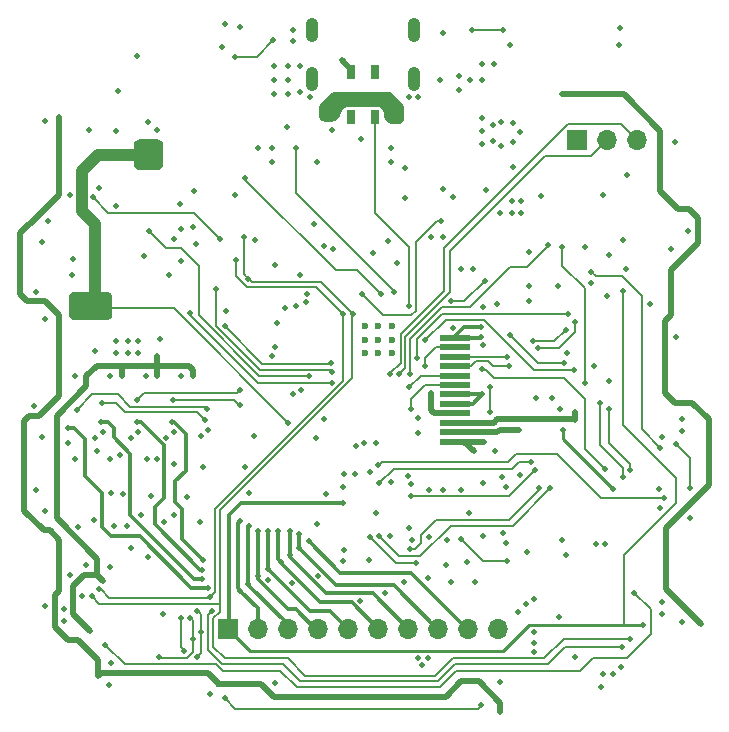
<source format=gbl>
G04 #@! TF.GenerationSoftware,KiCad,Pcbnew,8.0.6*
G04 #@! TF.CreationDate,2024-11-01T16:37:01+01:00*
G04 #@! TF.ProjectId,7-REV0,372d5245-5630-42e6-9b69-6361645f7063,rev?*
G04 #@! TF.SameCoordinates,Original*
G04 #@! TF.FileFunction,Copper,L4,Bot*
G04 #@! TF.FilePolarity,Positive*
%FSLAX46Y46*%
G04 Gerber Fmt 4.6, Leading zero omitted, Abs format (unit mm)*
G04 Created by KiCad (PCBNEW 8.0.6) date 2024-11-01 16:37:01*
%MOMM*%
%LPD*%
G01*
G04 APERTURE LIST*
G04 #@! TA.AperFunction,ComponentPad*
%ADD10R,1.700000X1.700000*%
G04 #@! TD*
G04 #@! TA.AperFunction,ComponentPad*
%ADD11O,1.700000X1.700000*%
G04 #@! TD*
G04 #@! TA.AperFunction,ComponentPad*
%ADD12O,1.050000X2.100000*%
G04 #@! TD*
G04 #@! TA.AperFunction,ComponentPad*
%ADD13C,0.600000*%
G04 #@! TD*
G04 #@! TA.AperFunction,SMDPad,CuDef*
%ADD14R,0.700000X1.250000*%
G04 #@! TD*
G04 #@! TA.AperFunction,SMDPad,CuDef*
%ADD15R,2.550000X0.600000*%
G04 #@! TD*
G04 #@! TA.AperFunction,ViaPad*
%ADD16C,0.500000*%
G04 #@! TD*
G04 #@! TA.AperFunction,ViaPad*
%ADD17C,0.600000*%
G04 #@! TD*
G04 #@! TA.AperFunction,Conductor*
%ADD18C,0.500000*%
G04 #@! TD*
G04 #@! TA.AperFunction,Conductor*
%ADD19C,0.304800*%
G04 #@! TD*
G04 #@! TA.AperFunction,Conductor*
%ADD20C,0.150000*%
G04 #@! TD*
G04 #@! TA.AperFunction,Conductor*
%ADD21C,0.250000*%
G04 #@! TD*
G04 #@! TA.AperFunction,Conductor*
%ADD22C,1.000000*%
G04 #@! TD*
G04 APERTURE END LIST*
D10*
X148010000Y-70850000D03*
D11*
X150550000Y-70850000D03*
X153090000Y-70850000D03*
D12*
X134220000Y-65680000D03*
X125580000Y-65680000D03*
X134220000Y-61500000D03*
X125580000Y-61500000D03*
D13*
X130066667Y-86616667D03*
X130066667Y-87750000D03*
X130066667Y-88883333D03*
X131200000Y-86616667D03*
X131200000Y-87750000D03*
X131200000Y-88883333D03*
X132333333Y-86616667D03*
X132333333Y-87750000D03*
X132333333Y-88883333D03*
D10*
X118470000Y-112220000D03*
D11*
X121010000Y-112220000D03*
X123550000Y-112220000D03*
X126090000Y-112220000D03*
X128630000Y-112220000D03*
X131170000Y-112220000D03*
X133710000Y-112220000D03*
X136250000Y-112220000D03*
X138790000Y-112220000D03*
X141330000Y-112220000D03*
D14*
X130900000Y-68880000D03*
X130900000Y-65120000D03*
X128900000Y-68880000D03*
X128900000Y-65120000D03*
D15*
X137725000Y-96400000D03*
X137725000Y-95600000D03*
X137725000Y-94800000D03*
X137725000Y-94000000D03*
X137725000Y-93200000D03*
X137725000Y-92400000D03*
X137725000Y-91600000D03*
X137725000Y-90800000D03*
X137725000Y-90000000D03*
X137725000Y-89200000D03*
X137725000Y-88400000D03*
X137725000Y-87600000D03*
D16*
X136400000Y-65800000D03*
X156000000Y-80100000D03*
X157400000Y-78600000D03*
X105500000Y-90850000D03*
X128300000Y-99100000D03*
X143200000Y-99200000D03*
X104600000Y-111600000D03*
X123900000Y-108400000D03*
X119900000Y-98500000D03*
X103000000Y-86000000D03*
X113900000Y-98250000D03*
X112700000Y-87700000D03*
X156900000Y-111700000D03*
X134600000Y-95700000D03*
X156300000Y-71000000D03*
X151600000Y-62800000D03*
X141100000Y-97200000D03*
X145000000Y-75600000D03*
X139250000Y-81750000D03*
X152300000Y-73800000D03*
X105515000Y-97850000D03*
X139000000Y-65800000D03*
X156400000Y-87500000D03*
X129700000Y-109900000D03*
X114500000Y-90850000D03*
X128100000Y-64100000D03*
X122500000Y-88400000D03*
X127250000Y-70000000D03*
X126600000Y-79800000D03*
X146500000Y-111200000D03*
X126100000Y-107800000D03*
X138000000Y-65400000D03*
X125750000Y-78000000D03*
X117000000Y-117800000D03*
X133400000Y-108300000D03*
X134600000Y-114700000D03*
X109000000Y-70100000D03*
X141000000Y-64400000D03*
X133800000Y-67200000D03*
X134600000Y-67200000D03*
X114400000Y-76300000D03*
X140200000Y-96400000D03*
X102250000Y-83750000D03*
X138700000Y-106600000D03*
X155200000Y-111000000D03*
X140000000Y-64400000D03*
X122500000Y-116800000D03*
X107900000Y-95550000D03*
X139300000Y-97200000D03*
X144000000Y-80300000D03*
X155100000Y-102000000D03*
X106700000Y-70000000D03*
X103250000Y-77750000D03*
X124600000Y-64600000D03*
X108500000Y-97850000D03*
X102100000Y-93400000D03*
X109200000Y-66700000D03*
X150200000Y-75500000D03*
X138000000Y-66600000D03*
X123300000Y-85100000D03*
X107250000Y-88750000D03*
X143800000Y-105700000D03*
X156900000Y-95500000D03*
X148700000Y-79900000D03*
X126000000Y-103400000D03*
X120250000Y-100750000D03*
X132300000Y-99800000D03*
X151900000Y-79300000D03*
X135500000Y-104500000D03*
X125900000Y-96100000D03*
X137400000Y-108300000D03*
X125400000Y-67200000D03*
X122250000Y-71500000D03*
X107600000Y-74900000D03*
X112500000Y-70000000D03*
X110750000Y-63750000D03*
X105400000Y-80900000D03*
X141500000Y-116750000D03*
X137000000Y-104700000D03*
X108800000Y-103500000D03*
X120700000Y-95900000D03*
X103000000Y-110300000D03*
X151750000Y-115500000D03*
X124000000Y-92400000D03*
X135400000Y-114700000D03*
X128300000Y-105600000D03*
X135700000Y-79100000D03*
X113900000Y-79200000D03*
X155000000Y-100400000D03*
X139900000Y-86700000D03*
X113899998Y-95550002D03*
X156900000Y-94500000D03*
X102750000Y-79500000D03*
X150600000Y-84100000D03*
X136700000Y-75000000D03*
X104600000Y-110600000D03*
X105100000Y-107700000D03*
X115600000Y-75200000D03*
X130000000Y-96500000D03*
X121000000Y-71500000D03*
X140300000Y-75100000D03*
X103000000Y-102250000D03*
X110900000Y-95550000D03*
X131000000Y-102400000D03*
X122500000Y-81400000D03*
X108500000Y-90850000D03*
X111500000Y-90850000D03*
X102750000Y-96000000D03*
X140000000Y-92400000D03*
X126800000Y-100800000D03*
X139900000Y-87500000D03*
X144000000Y-84500000D03*
X138200000Y-100500000D03*
X139400000Y-108300000D03*
X104900000Y-96500000D03*
X133500000Y-75750000D03*
X126000000Y-72750000D03*
X118000000Y-63000000D03*
X132200000Y-104400000D03*
X130400000Y-106400000D03*
X134900000Y-115300000D03*
X140000000Y-65800000D03*
X111600000Y-97850000D03*
X119500000Y-61250000D03*
X119100000Y-75500000D03*
X137500000Y-75700000D03*
X138900000Y-102400000D03*
X130500000Y-99000000D03*
X135500000Y-100500000D03*
X124600000Y-66800000D03*
X154250000Y-84750000D03*
X121900000Y-108100000D03*
X149500000Y-90000000D03*
X145900000Y-92700000D03*
X135400000Y-107900000D03*
X157600000Y-102900000D03*
X131000000Y-96500000D03*
X132250000Y-72750000D03*
X149200000Y-83000000D03*
X105800000Y-103600000D03*
X146800000Y-104700000D03*
X113900000Y-102600000D03*
X108400000Y-117000000D03*
X124000000Y-62500000D03*
X111700000Y-69300000D03*
X142600000Y-73100000D03*
X132250000Y-71500000D03*
X142400000Y-62800000D03*
X155200000Y-96000000D03*
X102250000Y-100500000D03*
X146600000Y-93600000D03*
X132000000Y-79400000D03*
X142600000Y-69400000D03*
X140100000Y-99900000D03*
X103000000Y-69250000D03*
X113000000Y-111000000D03*
X115800000Y-79700000D03*
X152200000Y-81800000D03*
X142600000Y-71000000D03*
X111115000Y-102600000D03*
X116800000Y-95400000D03*
X147200000Y-88900000D03*
X131800000Y-109200000D03*
X140100000Y-104400000D03*
X150750000Y-91250000D03*
X155250000Y-110000000D03*
X150100000Y-117200000D03*
X143200000Y-70200000D03*
X106500000Y-106800000D03*
X107200000Y-96050000D03*
X128200000Y-101600000D03*
X113100000Y-103200000D03*
X109000000Y-87900000D03*
X106100000Y-109500000D03*
X110900000Y-87900000D03*
X151900000Y-83600000D03*
X110000000Y-88900000D03*
X116100000Y-103200000D03*
X110000000Y-87900000D03*
X110300000Y-96050000D03*
X113200000Y-96050000D03*
X110900000Y-88900000D03*
X109000000Y-88900000D03*
X107100000Y-103000000D03*
X153600000Y-111900000D03*
X116200000Y-95950000D03*
X109900000Y-103500000D03*
X133000000Y-90700000D03*
X132200000Y-90700000D03*
X124600000Y-82300000D03*
X108600000Y-100700000D03*
X119500000Y-109000000D03*
X119500000Y-103100000D03*
X143000000Y-110800000D03*
X151100000Y-116100000D03*
X144400000Y-114200000D03*
X147100000Y-106000000D03*
X123000000Y-106600000D03*
X122750000Y-104000000D03*
X109600000Y-100800000D03*
X125200000Y-83900000D03*
X108500000Y-107000000D03*
X120200000Y-108447600D03*
X115900000Y-114600000D03*
X120250000Y-103500000D03*
X116200000Y-112500000D03*
X115900000Y-110700000D03*
X144400000Y-113400000D03*
X150250000Y-116100000D03*
X143700000Y-110100000D03*
X149600000Y-105100000D03*
X123700000Y-106000000D03*
X123700000Y-104000000D03*
X125100000Y-84600000D03*
X112000000Y-101000000D03*
X115500000Y-113125000D03*
X121000000Y-107800000D03*
X121000000Y-104000000D03*
X112600000Y-114600000D03*
X115300000Y-111300000D03*
X110250000Y-105400000D03*
X124500000Y-105400000D03*
X150400000Y-105100000D03*
X147900000Y-114600000D03*
X144400000Y-109700000D03*
X144400000Y-112500000D03*
X124500000Y-104200000D03*
X124250000Y-84950000D03*
X115000000Y-101100000D03*
X114500000Y-111300000D03*
X114800000Y-114100000D03*
X111700000Y-106200000D03*
X108600000Y-115100000D03*
X121900000Y-107200000D03*
X121900000Y-104000000D03*
X125300000Y-104800000D03*
X131400000Y-83900000D03*
X119900000Y-74075000D03*
X112500000Y-97850000D03*
X129300000Y-96800000D03*
X105100000Y-75500000D03*
X140100000Y-85000000D03*
X115500000Y-78200000D03*
X136700000Y-79100000D03*
X109000000Y-76400000D03*
X106500000Y-90850000D03*
X109300000Y-97500000D03*
X130800000Y-80400000D03*
X112500000Y-90850000D03*
X114500000Y-78400000D03*
X138250000Y-81750000D03*
X135700000Y-92300000D03*
X122250000Y-72750000D03*
X120800000Y-79300000D03*
X105300000Y-82300000D03*
X132800000Y-81300000D03*
X116400000Y-98550000D03*
X135700000Y-93000000D03*
X124700000Y-92000000D03*
X141600000Y-69300000D03*
X115500000Y-90850000D03*
X128200000Y-100200000D03*
X123500000Y-69750000D03*
X140000000Y-69000000D03*
X118300000Y-85300000D03*
X106800000Y-112400000D03*
X113500000Y-82250000D03*
X146850000Y-95400000D03*
X127400000Y-80100000D03*
X109500000Y-90850000D03*
X140900000Y-69600000D03*
X126600000Y-94500000D03*
X107900000Y-108200000D03*
X141250000Y-84750000D03*
X141600000Y-71400000D03*
X111400000Y-80700000D03*
X133500000Y-73250000D03*
X140900000Y-70900000D03*
X107400000Y-97200000D03*
X140000000Y-70100000D03*
X129750000Y-70750000D03*
X151100000Y-100400000D03*
X144600000Y-92700000D03*
X112500000Y-89100000D03*
X122625000Y-86375000D03*
X140000000Y-71200000D03*
X114500000Y-81100000D03*
X140100000Y-88200000D03*
X144000000Y-83250000D03*
X118250000Y-61000000D03*
X136700000Y-61800000D03*
X146400000Y-83200000D03*
X122400000Y-65800000D03*
X122400000Y-67000000D03*
X101250000Y-101250000D03*
X146800000Y-67000000D03*
X136900000Y-106800000D03*
X156000000Y-83400000D03*
X107500000Y-116200000D03*
X134100000Y-104700000D03*
X149300000Y-67000000D03*
X101650000Y-94250000D03*
X141500000Y-119250000D03*
X155950000Y-92750000D03*
X123600000Y-67000000D03*
X133800000Y-103700000D03*
X142000000Y-100200000D03*
D17*
X117700000Y-116900000D03*
D16*
X101500000Y-84500000D03*
X158500000Y-111800000D03*
X141800000Y-104100000D03*
X151700000Y-61400000D03*
X128250000Y-106500000D03*
X124000000Y-61500000D03*
X150700000Y-80600000D03*
X158300000Y-78800000D03*
X159200000Y-94500000D03*
X133700000Y-99300000D03*
X136700000Y-100500000D03*
X141700000Y-99400000D03*
X147900000Y-93900000D03*
X142000000Y-105000000D03*
X123600000Y-65800000D03*
X122400000Y-64600000D03*
X159200000Y-95500000D03*
X156000000Y-82500000D03*
X129250000Y-99100000D03*
X123600000Y-64600000D03*
X147900000Y-94600000D03*
X138250000Y-116700000D03*
X134000000Y-100000000D03*
X151400000Y-67000000D03*
X104200000Y-68900000D03*
X101600000Y-78000000D03*
X143250000Y-77000000D03*
X142500000Y-77000000D03*
X122200000Y-89100000D03*
X141500000Y-77000000D03*
X143250000Y-76000000D03*
X142500000Y-76000000D03*
X134600000Y-94400000D03*
X137500000Y-86750000D03*
X131200000Y-98400000D03*
X111700000Y-72100000D03*
X111700000Y-73000000D03*
X106200000Y-84900000D03*
X107200000Y-84100000D03*
X106200000Y-84100000D03*
X107200000Y-85700000D03*
X110900000Y-72100000D03*
X112600000Y-71300000D03*
X112600000Y-73000000D03*
X107200000Y-84900000D03*
X105300000Y-84900000D03*
X108100000Y-85100000D03*
X155400000Y-101200000D03*
X105300000Y-84100000D03*
X110900000Y-71300000D03*
X123600000Y-94800000D03*
X112600000Y-72100000D03*
X141500000Y-95400000D03*
X143100000Y-95400000D03*
X142250000Y-90000000D03*
X142100000Y-89250000D03*
X127300000Y-91400000D03*
X115300000Y-85500000D03*
X140250000Y-82750000D03*
X137400000Y-84500000D03*
X150700000Y-93600000D03*
X152500000Y-98800000D03*
X150000000Y-93100000D03*
X151900000Y-99400000D03*
X132500000Y-83700000D03*
X124250000Y-71500000D03*
X107050000Y-75700000D03*
X117800000Y-79200000D03*
X134000000Y-93600000D03*
X133800000Y-91800000D03*
X135200000Y-89950000D03*
X125345034Y-90845034D03*
X111800000Y-78600000D03*
X117500000Y-83490000D03*
X127300000Y-90500000D03*
X134500000Y-89300000D03*
X147300000Y-85600000D03*
X132300000Y-68000000D03*
X126600000Y-68200000D03*
X126600000Y-68900000D03*
X133100000Y-68300000D03*
X133100000Y-69100000D03*
X127400000Y-68700000D03*
X132300000Y-68800000D03*
X127400000Y-67900000D03*
X119100000Y-63800000D03*
X122300000Y-62400000D03*
X141800000Y-61500000D03*
X139100000Y-61500000D03*
X156400000Y-96600000D03*
X157600000Y-100300000D03*
X118200000Y-118100000D03*
X139925000Y-118700000D03*
X140700000Y-91800000D03*
X140700000Y-93900000D03*
X133900000Y-90700000D03*
X145600000Y-79750000D03*
X113800000Y-92850000D03*
X119500000Y-93250000D03*
X107800000Y-93100000D03*
X116500000Y-94550000D03*
X119500000Y-92050000D03*
X110800000Y-92850000D03*
X116700000Y-93650000D03*
X105700000Y-93700000D03*
X127200000Y-89700000D03*
X118200000Y-86600000D03*
X133775000Y-84900000D03*
X138250000Y-104650000D03*
X142100000Y-106500000D03*
X134400000Y-106700000D03*
X130500000Y-104500000D03*
X144100000Y-98100000D03*
X131300000Y-99900000D03*
X134000000Y-101000000D03*
X144500000Y-98800000D03*
X145750000Y-100350000D03*
X131300000Y-104400000D03*
X144800000Y-100300000D03*
X133900000Y-105500000D03*
X155100000Y-96900000D03*
X149200000Y-82000000D03*
X144700000Y-88500000D03*
X147900000Y-86300000D03*
X146900000Y-89700000D03*
X142400000Y-87400000D03*
X135200000Y-87800000D03*
X147800000Y-90300000D03*
X147100000Y-86900000D03*
X144300000Y-87900000D03*
X116250000Y-108000000D03*
X107750000Y-94750000D03*
X116250000Y-107250000D03*
X110750000Y-94750000D03*
X116750000Y-108750000D03*
X104900000Y-95200000D03*
X113750000Y-94750000D03*
X116375000Y-106375000D03*
X107600000Y-108900000D03*
X119200000Y-81000000D03*
X151800000Y-113800000D03*
X128200000Y-85600000D03*
X117100000Y-110700000D03*
X116950000Y-109550000D03*
X107000000Y-109500000D03*
X120200000Y-82600000D03*
X119800000Y-79100000D03*
X129025000Y-85625000D03*
X152500000Y-113100000D03*
X152900000Y-109200000D03*
X150400000Y-98700000D03*
X108100000Y-113600000D03*
X140000000Y-90250000D03*
X148700000Y-91400000D03*
X146800000Y-79900000D03*
X129800000Y-83900000D03*
X136500000Y-77750000D03*
D18*
X128900000Y-64900000D02*
X128100000Y-64100000D01*
D19*
X139800000Y-87600000D02*
X139900000Y-87500000D01*
D18*
X140200000Y-96400000D02*
X137725000Y-96400000D01*
D19*
X138500000Y-86700000D02*
X139900000Y-86700000D01*
X139200000Y-93200000D02*
X137725000Y-93200000D01*
X137725000Y-87600000D02*
X139800000Y-87600000D01*
X137725000Y-87475000D02*
X138500000Y-86700000D01*
D18*
X138500000Y-96400000D02*
X139300000Y-97200000D01*
X137725000Y-96400000D02*
X138500000Y-96400000D01*
X128900000Y-65120000D02*
X128900000Y-64900000D01*
D19*
X140000000Y-92400000D02*
X137725000Y-92400000D01*
X137725000Y-87600000D02*
X137725000Y-87475000D01*
X140000000Y-92400000D02*
X139200000Y-93200000D01*
X118600000Y-112090000D02*
X118470000Y-112220000D01*
D20*
X151900000Y-83600000D02*
X151900000Y-95000000D01*
X152000000Y-106000000D02*
X152000000Y-111900000D01*
D21*
X152000000Y-111900000D02*
X144000000Y-111900000D01*
X141800000Y-114100000D02*
X139100000Y-114100000D01*
X144000000Y-111900000D02*
X141800000Y-114100000D01*
D20*
X156400000Y-101600000D02*
X152000000Y-106000000D01*
D21*
X120350000Y-114100000D02*
X118470000Y-112220000D01*
D20*
X151900000Y-95000000D02*
X156400000Y-99500000D01*
D21*
X139100000Y-114100000D02*
X120350000Y-114100000D01*
D20*
X156400000Y-99500000D02*
X156400000Y-101600000D01*
D21*
X153600000Y-111900000D02*
X152000000Y-111900000D01*
D19*
X119600000Y-101600000D02*
X118600000Y-102600000D01*
X128200000Y-101600000D02*
X119600000Y-101600000D01*
X118600000Y-102600000D02*
X118600000Y-112090000D01*
D20*
X137250000Y-80250000D02*
X145300000Y-72200000D01*
X133500000Y-90200000D02*
X133500000Y-87500000D01*
X145300000Y-72200000D02*
X149200000Y-72200000D01*
X133500000Y-87500000D02*
X137250000Y-83750000D01*
X133000000Y-90700000D02*
X133500000Y-90200000D01*
X137250000Y-83750000D02*
X137250000Y-80250000D01*
X149200000Y-72200000D02*
X150550000Y-70850000D01*
X136750000Y-83650000D02*
X136750000Y-79980000D01*
X147230000Y-69500000D02*
X151740000Y-69500000D01*
X136750000Y-79980000D02*
X147230000Y-69500000D01*
X132200000Y-90700000D02*
X132200000Y-90600000D01*
X133100000Y-87300000D02*
X136750000Y-83650000D01*
X133100000Y-89700000D02*
X133100000Y-87300000D01*
X151740000Y-69500000D02*
X153090000Y-70850000D01*
X132200000Y-90600000D02*
X133100000Y-89700000D01*
D19*
X119500000Y-103100000D02*
X119300000Y-103300000D01*
X119300000Y-108800000D02*
X119500000Y-109000000D01*
X119500000Y-109000000D02*
X121010000Y-110510000D01*
X121010000Y-110510000D02*
X121010000Y-112220000D01*
X119300000Y-103300000D02*
X119300000Y-108800000D01*
X128950000Y-110000000D02*
X131170000Y-112220000D01*
X126300000Y-110000000D02*
X128950000Y-110000000D01*
X123000000Y-106700000D02*
X126300000Y-110000000D01*
X123000000Y-106600000D02*
X123000000Y-106700000D01*
X122750000Y-104000000D02*
X122750000Y-106350000D01*
X122750000Y-106350000D02*
X123000000Y-106600000D01*
X120200000Y-108500000D02*
X123550000Y-111850000D01*
X120200000Y-108447600D02*
X120200000Y-103550000D01*
X120200000Y-108447600D02*
X120200000Y-108500000D01*
X123550000Y-111850000D02*
X123550000Y-112220000D01*
D20*
X115900000Y-114600000D02*
X116200000Y-114300000D01*
D19*
X120200000Y-103550000D02*
X120250000Y-103500000D01*
D20*
X116200000Y-114300000D02*
X116200000Y-112500000D01*
X115900000Y-110700000D02*
X116200000Y-111000000D01*
X116200000Y-111000000D02*
X116200000Y-112500000D01*
D19*
X126750000Y-109250000D02*
X130740000Y-109250000D01*
X130740000Y-109250000D02*
X133710000Y-112220000D01*
X123700000Y-106000000D02*
X123700000Y-104000000D01*
X123700000Y-106000000D02*
X123700000Y-106200000D01*
X123700000Y-106200000D02*
X126750000Y-109250000D01*
D20*
X115500000Y-113125000D02*
X115500000Y-111500000D01*
D19*
X125820000Y-112220000D02*
X126090000Y-112220000D01*
X124200000Y-110600000D02*
X125820000Y-112220000D01*
D20*
X112700000Y-114700000D02*
X115000000Y-114700000D01*
D19*
X123600000Y-110600000D02*
X124200000Y-110600000D01*
D20*
X115500000Y-111500000D02*
X115300000Y-111300000D01*
D19*
X121000000Y-107800000D02*
X121000000Y-108000000D01*
D20*
X112600000Y-114600000D02*
X112700000Y-114700000D01*
D19*
X121000000Y-107800000D02*
X121000000Y-104000000D01*
D20*
X115000000Y-114700000D02*
X115500000Y-114200000D01*
D19*
X121000000Y-108000000D02*
X123600000Y-110600000D01*
D20*
X115500000Y-114200000D02*
X115500000Y-113125000D01*
D19*
X136220000Y-112220000D02*
X136250000Y-112220000D01*
X124500000Y-105400000D02*
X124500000Y-104200000D01*
X124500000Y-105400000D02*
X127600000Y-108500000D01*
X132500000Y-108500000D02*
X136220000Y-112220000D01*
X127600000Y-108500000D02*
X132500000Y-108500000D01*
X121900000Y-107200000D02*
X121900000Y-104000000D01*
D20*
X114500000Y-111300000D02*
X114500000Y-113800000D01*
X114800000Y-114100000D02*
X114500000Y-113800000D01*
D19*
X125450000Y-110750000D02*
X127160000Y-110750000D01*
X121900000Y-107200000D02*
X125450000Y-110750000D01*
X127160000Y-110750000D02*
X128630000Y-112220000D01*
X134000000Y-107500000D02*
X138720000Y-112220000D01*
X128000000Y-107500000D02*
X134000000Y-107500000D01*
X125300000Y-104800000D02*
X128000000Y-107500000D01*
X138720000Y-112220000D02*
X138790000Y-112220000D01*
D20*
X129400000Y-81900000D02*
X131400000Y-83900000D01*
X127600000Y-81900000D02*
X129400000Y-81900000D01*
X119900000Y-74075000D02*
X119900000Y-74200000D01*
X119900000Y-74200000D02*
X127600000Y-81900000D01*
D18*
X105400000Y-108600000D02*
X105400000Y-111000000D01*
X112500000Y-90000000D02*
X112500000Y-89100000D01*
X135700000Y-92300000D02*
X135700000Y-93750000D01*
X135950000Y-94000000D02*
X137725000Y-94000000D01*
X135700000Y-93750000D02*
X135950000Y-94000000D01*
X109500000Y-90000000D02*
X112500000Y-90000000D01*
X106500000Y-91700000D02*
X104000000Y-94200000D01*
X107400000Y-106300000D02*
X107400000Y-107700000D01*
X106500000Y-90850000D02*
X107350000Y-90000000D01*
X105400000Y-111000000D02*
X106800000Y-112400000D01*
X115200000Y-90000000D02*
X115500000Y-90300000D01*
X106500000Y-90850000D02*
X106500000Y-91700000D01*
X112500000Y-90850000D02*
X112500000Y-90000000D01*
D21*
X146850000Y-95400000D02*
X146850000Y-96150000D01*
D18*
X106300000Y-107700000D02*
X105400000Y-108600000D01*
X107900000Y-108200000D02*
X107400000Y-107700000D01*
X115500000Y-90300000D02*
X115500000Y-90850000D01*
X109500000Y-90000000D02*
X109500000Y-90850000D01*
X112500000Y-90000000D02*
X115200000Y-90000000D01*
X104000000Y-102900000D02*
X107400000Y-106300000D01*
X107400000Y-107700000D02*
X106300000Y-107700000D01*
D21*
X146850000Y-96150000D02*
X151100000Y-100400000D01*
D18*
X104000000Y-94200000D02*
X104000000Y-102900000D01*
X107350000Y-90000000D02*
X109500000Y-90000000D01*
X147800000Y-94500000D02*
X147900000Y-94600000D01*
X104900000Y-113200000D02*
X103800000Y-112100000D01*
X151400000Y-67000000D02*
X149300000Y-67000000D01*
X104200000Y-109000000D02*
X104200000Y-104700000D01*
X156300000Y-93100000D02*
X155500000Y-92300000D01*
X155600000Y-108900000D02*
X155600000Y-103700000D01*
X138250000Y-116700000D02*
X139700000Y-116700000D01*
X156000000Y-81900000D02*
X158300000Y-79600000D01*
X158500000Y-111800000D02*
X155600000Y-108900000D01*
X156000000Y-83400000D02*
X156000000Y-82500000D01*
X107730945Y-115969055D02*
X107500000Y-116200000D01*
X104200000Y-92500000D02*
X104200000Y-85700000D01*
X101700000Y-78000000D02*
X101600000Y-78000000D01*
X103400000Y-103900000D02*
X102900000Y-103900000D01*
X103000000Y-84500000D02*
X101500000Y-84500000D01*
X141500000Y-118500000D02*
X141500000Y-119250000D01*
X155600000Y-103700000D02*
X159200000Y-100100000D01*
X101250000Y-94650000D02*
X101250000Y-101250000D01*
X156000000Y-82500000D02*
X156000000Y-81900000D01*
X103800000Y-112100000D02*
X103800000Y-109400000D01*
X152000000Y-67000000D02*
X155100000Y-70100000D01*
X151400000Y-67000000D02*
X152000000Y-67000000D01*
X116769055Y-115969055D02*
X107730945Y-115969055D01*
X139700000Y-116700000D02*
X141500000Y-118500000D01*
X104200000Y-75500000D02*
X101700000Y-78000000D01*
X157800000Y-93100000D02*
X156300000Y-93100000D01*
X101650000Y-94250000D02*
X102450000Y-94250000D01*
X101650000Y-94250000D02*
X101250000Y-94650000D01*
X159200000Y-95500000D02*
X159200000Y-94500000D01*
X137725000Y-94800000D02*
X141000000Y-94800000D01*
X159200000Y-100100000D02*
X159200000Y-95500000D01*
X159200000Y-94500000D02*
X157800000Y-93100000D01*
X121300000Y-116900000D02*
X122400000Y-118000000D01*
X141300000Y-94500000D02*
X147800000Y-94500000D01*
X104200000Y-104700000D02*
X103400000Y-103900000D01*
X100900000Y-83900000D02*
X101500000Y-84500000D01*
X117700000Y-116900000D02*
X121300000Y-116900000D01*
X102900000Y-103900000D02*
X101250000Y-102250000D01*
X104200000Y-68900000D02*
X104200000Y-75500000D01*
X155500000Y-92300000D02*
X155500000Y-86200000D01*
X156600000Y-76700000D02*
X157500000Y-76700000D01*
X136950000Y-118000000D02*
X138250000Y-116700000D01*
X103800000Y-109400000D02*
X104200000Y-109000000D01*
X141000000Y-94800000D02*
X141300000Y-94500000D01*
X158300000Y-79600000D02*
X158300000Y-78800000D01*
X117700000Y-116900000D02*
X116769055Y-115969055D01*
X101250000Y-102250000D02*
X101250000Y-101250000D01*
X102450000Y-94250000D02*
X104200000Y-92500000D01*
X147900000Y-94600000D02*
X147900000Y-93900000D01*
X155500000Y-86200000D02*
X156000000Y-85700000D01*
X104200000Y-85700000D02*
X103000000Y-84500000D01*
X156000000Y-85700000D02*
X156000000Y-83400000D01*
X155100000Y-70100000D02*
X155100000Y-75200000D01*
X158300000Y-77500000D02*
X158300000Y-78800000D01*
X101600000Y-78000000D02*
X100900000Y-78700000D01*
X105800000Y-113200000D02*
X104900000Y-113200000D01*
X100900000Y-78700000D02*
X100900000Y-83900000D01*
X107500000Y-116200000D02*
X107500000Y-114900000D01*
X155100000Y-75200000D02*
X156600000Y-76700000D01*
X107500000Y-114900000D02*
X105800000Y-113200000D01*
X157500000Y-76700000D02*
X158300000Y-77500000D01*
X149300000Y-67000000D02*
X146800000Y-67000000D01*
X122400000Y-118000000D02*
X136950000Y-118000000D01*
D20*
X123600000Y-94800000D02*
X113900000Y-85100000D01*
D22*
X107500000Y-72100000D02*
X110900000Y-72100000D01*
X107200000Y-78000000D02*
X106100000Y-76900000D01*
D20*
X146300000Y-97400000D02*
X142900000Y-97400000D01*
X150100000Y-101200000D02*
X146300000Y-97400000D01*
X142200000Y-98100000D02*
X131500000Y-98100000D01*
D22*
X106100000Y-73500000D02*
X107500000Y-72100000D01*
X107200000Y-84100000D02*
X107200000Y-78000000D01*
X106100000Y-76900000D02*
X106100000Y-73500000D01*
D20*
X142900000Y-97400000D02*
X142200000Y-98100000D01*
X155400000Y-101200000D02*
X150100000Y-101200000D01*
X131500000Y-98100000D02*
X131200000Y-98400000D01*
X113900000Y-85100000D02*
X108100000Y-85100000D01*
D18*
X141300000Y-95600000D02*
X137725000Y-95600000D01*
X141500000Y-95400000D02*
X141300000Y-95600000D01*
X141500000Y-95400000D02*
X143100000Y-95400000D01*
D20*
X142250000Y-90000000D02*
X140900000Y-90000000D01*
X140500000Y-89600000D02*
X139439124Y-89600000D01*
X140900000Y-90000000D02*
X140500000Y-89600000D01*
X139039124Y-90000000D02*
X137725000Y-90000000D01*
X139439124Y-89600000D02*
X139039124Y-90000000D01*
X142050000Y-89200000D02*
X137725000Y-89200000D01*
X142100000Y-89250000D02*
X142050000Y-89200000D01*
X121000000Y-91400000D02*
X127300000Y-91400000D01*
X115300000Y-85700000D02*
X121000000Y-91400000D01*
X115300000Y-85500000D02*
X115300000Y-85700000D01*
X138500000Y-84500000D02*
X137400000Y-84500000D01*
X140250000Y-82750000D02*
X138500000Y-84500000D01*
X152500000Y-98300000D02*
X150700000Y-96500000D01*
X150700000Y-96500000D02*
X150700000Y-93600000D01*
X152500000Y-98800000D02*
X152500000Y-98300000D01*
X151900000Y-99400000D02*
X151900000Y-98600000D01*
X151900000Y-98600000D02*
X150000000Y-96700000D01*
X150000000Y-96700000D02*
X150000000Y-93100000D01*
X124250000Y-75375000D02*
X124250000Y-71500000D01*
X132500000Y-83625000D02*
X124250000Y-75375000D01*
X132500000Y-83700000D02*
X132500000Y-83625000D01*
X107050000Y-75700000D02*
X108350000Y-77000000D01*
X115600000Y-77000000D02*
X117800000Y-79200000D01*
X108350000Y-77000000D02*
X115600000Y-77000000D01*
X134000000Y-93600000D02*
X134000000Y-92800000D01*
X134000000Y-92800000D02*
X135200000Y-91600000D01*
X135200000Y-91600000D02*
X137725000Y-91600000D01*
X133800000Y-91800000D02*
X134800000Y-90800000D01*
X134800000Y-90800000D02*
X137725000Y-90800000D01*
X135200000Y-89300000D02*
X136100000Y-88400000D01*
X136100000Y-88400000D02*
X137725000Y-88400000D01*
X135200000Y-89950000D02*
X135200000Y-89300000D01*
X125345034Y-90845034D02*
X125300000Y-90800000D01*
X116000000Y-85700000D02*
X116000000Y-81500000D01*
X113200000Y-80000000D02*
X111800000Y-78600000D01*
X121100000Y-90800000D02*
X116000000Y-85700000D01*
X114500000Y-80000000D02*
X113200000Y-80000000D01*
X116000000Y-81500000D02*
X114500000Y-80000000D01*
X125300000Y-90800000D02*
X121100000Y-90800000D01*
X127100000Y-90300000D02*
X127300000Y-90500000D01*
X117500000Y-86600000D02*
X121200000Y-90300000D01*
X117500000Y-83490000D02*
X117500000Y-86600000D01*
X121200000Y-90300000D02*
X127100000Y-90300000D01*
X136600000Y-85600000D02*
X134500000Y-87700000D01*
X147300000Y-85600000D02*
X136600000Y-85600000D01*
X134500000Y-87700000D02*
X134500000Y-89300000D01*
X120900000Y-63800000D02*
X122300000Y-62400000D01*
X119100000Y-63800000D02*
X120900000Y-63800000D01*
X139100000Y-61500000D02*
X141800000Y-61500000D01*
X157600000Y-100300000D02*
X157600000Y-97800000D01*
X157600000Y-97800000D02*
X156400000Y-96600000D01*
X119100000Y-119000000D02*
X118200000Y-118100000D01*
X139925000Y-118700000D02*
X139625000Y-119000000D01*
X139625000Y-119000000D02*
X119100000Y-119000000D01*
X140700000Y-91800000D02*
X140700000Y-93900000D01*
X145600000Y-79750000D02*
X145600000Y-79800000D01*
X136600000Y-85000000D02*
X133900000Y-87700000D01*
X133900000Y-87700000D02*
X133900000Y-90700000D01*
X145600000Y-79800000D02*
X143800000Y-81600000D01*
X139000000Y-85000000D02*
X136600000Y-85000000D01*
X142400000Y-81600000D02*
X139000000Y-85000000D01*
X143800000Y-81600000D02*
X142400000Y-81600000D01*
X119400000Y-93250000D02*
X119500000Y-93250000D01*
X119000000Y-92850000D02*
X113800000Y-92850000D01*
X119000000Y-92850000D02*
X119400000Y-93250000D01*
X115840000Y-93890000D02*
X116500000Y-94550000D01*
X107800000Y-93100000D02*
X109000000Y-93100000D01*
X109790000Y-93890000D02*
X115840000Y-93890000D01*
X109000000Y-93100000D02*
X109790000Y-93890000D01*
X110800000Y-92850000D02*
X111350000Y-92300000D01*
X111350000Y-92300000D02*
X119250000Y-92300000D01*
X119250000Y-92300000D02*
X119500000Y-92050000D01*
X107000000Y-92400000D02*
X109150000Y-92400000D01*
X116500000Y-93450000D02*
X116700000Y-93650000D01*
X109150000Y-92400000D02*
X110200000Y-93450000D01*
X110200000Y-93450000D02*
X116500000Y-93450000D01*
X105700000Y-93700000D02*
X107000000Y-92400000D01*
X118200000Y-86600000D02*
X121400000Y-89800000D01*
X127100000Y-89800000D02*
X127200000Y-89700000D01*
X121400000Y-89800000D02*
X127100000Y-89800000D01*
X130900000Y-77025000D02*
X130900000Y-68880000D01*
X133775000Y-84900000D02*
X133775000Y-79900000D01*
X133775000Y-79900000D02*
X130900000Y-77025000D01*
X140100000Y-106500000D02*
X142100000Y-106500000D01*
X138250000Y-104650000D02*
X140100000Y-106500000D01*
X134400000Y-106700000D02*
X132700000Y-106700000D01*
X132700000Y-106700000D02*
X130500000Y-104500000D01*
X132500000Y-98700000D02*
X131300000Y-99900000D01*
X144100000Y-98100000D02*
X143100000Y-98100000D01*
X142500000Y-98700000D02*
X132500000Y-98700000D01*
X143100000Y-98100000D02*
X142500000Y-98700000D01*
X144500000Y-98800000D02*
X142300000Y-101000000D01*
X142300000Y-101000000D02*
X134000000Y-101000000D01*
X131300000Y-104400000D02*
X133000000Y-106100000D01*
X137364124Y-103500000D02*
X142600000Y-103500000D01*
X134764124Y-106100000D02*
X137364124Y-103500000D01*
X133000000Y-106100000D02*
X134764124Y-106100000D01*
X142600000Y-103500000D02*
X145750000Y-100350000D01*
X134300000Y-105500000D02*
X133900000Y-105500000D01*
X136100000Y-103000000D02*
X134800000Y-104300000D01*
X134800000Y-105000000D02*
X134300000Y-105500000D01*
X134800000Y-104300000D02*
X134800000Y-105000000D01*
X144800000Y-100500000D02*
X142300000Y-103000000D01*
X144800000Y-100300000D02*
X144800000Y-100500000D01*
X142300000Y-103000000D02*
X136100000Y-103000000D01*
X149200000Y-82000000D02*
X149600000Y-82400000D01*
X153500000Y-95300000D02*
X155100000Y-96900000D01*
X151800000Y-82400000D02*
X153500000Y-84100000D01*
X153500000Y-84100000D02*
X153500000Y-95300000D01*
X149600000Y-82400000D02*
X151800000Y-82400000D01*
X147900000Y-86300000D02*
X147900000Y-87100000D01*
X146500000Y-88500000D02*
X144700000Y-88500000D01*
X147900000Y-87100000D02*
X146500000Y-88500000D01*
X144700000Y-89700000D02*
X142400000Y-87400000D01*
X146900000Y-89700000D02*
X144700000Y-89700000D01*
X144400000Y-90300000D02*
X147800000Y-90300000D01*
X135200000Y-87800000D02*
X136900000Y-86100000D01*
X136900000Y-86100000D02*
X140200000Y-86100000D01*
X140200000Y-86100000D02*
X144400000Y-90300000D01*
X147100000Y-86900000D02*
X146100000Y-87900000D01*
X146100000Y-87900000D02*
X144300000Y-87900000D01*
D19*
X108800000Y-96000000D02*
X108800000Y-95200000D01*
X108350000Y-94750000D02*
X107750000Y-94750000D01*
X115600000Y-108000000D02*
X110200000Y-102600000D01*
X110200000Y-97400000D02*
X108800000Y-96000000D01*
X110200000Y-102600000D02*
X110200000Y-97400000D01*
X108800000Y-95200000D02*
X108350000Y-94750000D01*
X116250000Y-108000000D02*
X115600000Y-108000000D01*
X113052400Y-101147600D02*
X112300000Y-101900000D01*
X112300000Y-101900000D02*
X112300000Y-103400000D01*
X113052400Y-96683612D02*
X113052400Y-101147600D01*
X112300000Y-103400000D02*
X116150000Y-107250000D01*
X116150000Y-107250000D02*
X116250000Y-107250000D01*
X111118788Y-94750000D02*
X113052400Y-96683612D01*
X110750000Y-94750000D02*
X111118788Y-94750000D01*
X106400000Y-99300000D02*
X107800000Y-100700000D01*
X108600000Y-104400000D02*
X111000000Y-104400000D01*
X104900000Y-95200000D02*
X105450000Y-95200000D01*
X111000000Y-104400000D02*
X115350000Y-108750000D01*
X107800000Y-100700000D02*
X107800000Y-103600000D01*
X115350000Y-108750000D02*
X116750000Y-108750000D01*
X106400000Y-96150000D02*
X106400000Y-99300000D01*
X105450000Y-95200000D02*
X106400000Y-96150000D01*
X107800000Y-103600000D02*
X108600000Y-104400000D01*
X114600000Y-104600000D02*
X116375000Y-106375000D01*
X114900000Y-95768792D02*
X114900000Y-98847600D01*
X114900000Y-98847600D02*
X114000000Y-99747600D01*
X114600000Y-102100000D02*
X114600000Y-104600000D01*
X113750000Y-94750000D02*
X113881208Y-94750000D01*
X114000000Y-99747600D02*
X114000000Y-101500000D01*
X114000000Y-101500000D02*
X114600000Y-102100000D01*
X113881208Y-94750000D02*
X114900000Y-95768792D01*
D20*
X108400000Y-109600000D02*
X116900000Y-109600000D01*
X118000000Y-115250000D02*
X123150000Y-115250000D01*
X117400000Y-102100000D02*
X117400000Y-109100000D01*
X128200000Y-85600000D02*
X125900000Y-83300000D01*
X136250000Y-116700000D02*
X137700000Y-115250000D01*
X116750000Y-111050000D02*
X116750000Y-114000000D01*
X116750000Y-114000000D02*
X118000000Y-115250000D01*
X123150000Y-115250000D02*
X124600000Y-116700000D01*
X117400000Y-109100000D02*
X116950000Y-109550000D01*
X107600000Y-108900000D02*
X107700000Y-108900000D01*
X128200000Y-85600000D02*
X128200000Y-91300000D01*
X117100000Y-110700000D02*
X116750000Y-111050000D01*
X107700000Y-108900000D02*
X108400000Y-109600000D01*
X116900000Y-109600000D02*
X116950000Y-109550000D01*
X128200000Y-91300000D02*
X117400000Y-102100000D01*
X145550000Y-115250000D02*
X147000000Y-113800000D01*
X125900000Y-83300000D02*
X120100000Y-83300000D01*
X120100000Y-83300000D02*
X119200000Y-82400000D01*
X124600000Y-116700000D02*
X136250000Y-116700000D01*
X119200000Y-82400000D02*
X119200000Y-81000000D01*
X137700000Y-115250000D02*
X145550000Y-115250000D01*
X147000000Y-113800000D02*
X151800000Y-113800000D01*
X123550000Y-114750000D02*
X118250000Y-114750000D01*
X129025000Y-85553248D02*
X126346752Y-82875000D01*
X117800000Y-110100000D02*
X107600000Y-110100000D01*
X126346752Y-82875000D02*
X120475000Y-82875000D01*
X146900000Y-113100000D02*
X145250000Y-114750000D01*
X119800000Y-79100000D02*
X119800000Y-82200000D01*
X117800000Y-102200000D02*
X129000000Y-91000000D01*
X107600000Y-110100000D02*
X107000000Y-109500000D01*
X119800000Y-82200000D02*
X120200000Y-82600000D01*
X118250000Y-114750000D02*
X117250000Y-113750000D01*
X129025000Y-85625000D02*
X129025000Y-85553248D01*
X136050000Y-116200000D02*
X125000000Y-116200000D01*
X117800000Y-110100000D02*
X117800000Y-102200000D01*
X120475000Y-82875000D02*
X120200000Y-82600000D01*
X117250000Y-111350000D02*
X117800000Y-110800000D01*
X129000000Y-85650000D02*
X129025000Y-85625000D01*
X117800000Y-110800000D02*
X117800000Y-110100000D01*
X117250000Y-113750000D02*
X117250000Y-111350000D01*
X152500000Y-113100000D02*
X146900000Y-113100000D01*
X125000000Y-116200000D02*
X123550000Y-114750000D01*
X145250000Y-114750000D02*
X137500000Y-114750000D01*
X129000000Y-91000000D02*
X129000000Y-85650000D01*
X137500000Y-114750000D02*
X136050000Y-116200000D01*
X141010000Y-91000000D02*
X140300000Y-90290000D01*
X152300000Y-114700000D02*
X149400000Y-114700000D01*
X136400000Y-117200000D02*
X124300000Y-117200000D01*
X149400000Y-114700000D02*
X148300000Y-115800000D01*
X148300000Y-115800000D02*
X137800000Y-115800000D01*
X140300000Y-90290000D02*
X140040000Y-90290000D01*
X137800000Y-115800000D02*
X136400000Y-117200000D01*
X118050000Y-115800000D02*
X117500000Y-115250000D01*
X148700000Y-92800000D02*
X146900000Y-91000000D01*
X122900000Y-115800000D02*
X118050000Y-115800000D01*
X117500000Y-115250000D02*
X109750000Y-115250000D01*
X124300000Y-117200000D02*
X122900000Y-115800000D01*
X148700000Y-97000000D02*
X148700000Y-92800000D01*
X154300000Y-112700000D02*
X152300000Y-114700000D01*
X150400000Y-98700000D02*
X148700000Y-97000000D01*
X154300000Y-110600000D02*
X154300000Y-112700000D01*
X146900000Y-91000000D02*
X141010000Y-91000000D01*
X152900000Y-109200000D02*
X154300000Y-110600000D01*
X109750000Y-115250000D02*
X108100000Y-113600000D01*
X140040000Y-90290000D02*
X140000000Y-90250000D01*
X148700000Y-91400000D02*
X148700000Y-83400000D01*
X148700000Y-83400000D02*
X146800000Y-81500000D01*
X146800000Y-81500000D02*
X146800000Y-79900000D01*
X134400000Y-85300000D02*
X134400000Y-79500000D01*
X131600000Y-85700000D02*
X134000000Y-85700000D01*
X134400000Y-79500000D02*
X136150000Y-77750000D01*
X134000000Y-85700000D02*
X134400000Y-85300000D01*
X136150000Y-77750000D02*
X136500000Y-77750000D01*
X129800000Y-83900000D02*
X131600000Y-85700000D01*
G04 #@! TA.AperFunction,Conductor*
G36*
X108206433Y-83700847D02*
G01*
X108221739Y-83702862D01*
X108316489Y-83715336D01*
X108341447Y-83722023D01*
X108437960Y-83762000D01*
X108460336Y-83774918D01*
X108543216Y-83838515D01*
X108561484Y-83856783D01*
X108625079Y-83939660D01*
X108638001Y-83962042D01*
X108677975Y-84058548D01*
X108684664Y-84083512D01*
X108699153Y-84193566D01*
X108700000Y-84206488D01*
X108700000Y-85593511D01*
X108699153Y-85606433D01*
X108684664Y-85716487D01*
X108677975Y-85741451D01*
X108638001Y-85837957D01*
X108625079Y-85860339D01*
X108561487Y-85943213D01*
X108543213Y-85961487D01*
X108460339Y-86025079D01*
X108437957Y-86038001D01*
X108341451Y-86077975D01*
X108316487Y-86084664D01*
X108206434Y-86099153D01*
X108193512Y-86100000D01*
X105506488Y-86100000D01*
X105493566Y-86099153D01*
X105383512Y-86084664D01*
X105358548Y-86077975D01*
X105262042Y-86038001D01*
X105239660Y-86025079D01*
X105156783Y-85961484D01*
X105138515Y-85943216D01*
X105074918Y-85860336D01*
X105062000Y-85837960D01*
X105022023Y-85741447D01*
X105015336Y-85716489D01*
X105000847Y-85606432D01*
X105000000Y-85593511D01*
X105000000Y-84206488D01*
X105000847Y-84193567D01*
X105002511Y-84180923D01*
X105015336Y-84083508D01*
X105022022Y-84058554D01*
X105062001Y-83962035D01*
X105074916Y-83939666D01*
X105138518Y-83856779D01*
X105156779Y-83838518D01*
X105239666Y-83774916D01*
X105262035Y-83762001D01*
X105358554Y-83722022D01*
X105383508Y-83715336D01*
X105480923Y-83702511D01*
X105493567Y-83700847D01*
X105506488Y-83700000D01*
X108193512Y-83700000D01*
X108206433Y-83700847D01*
G37*
G04 #@! TD.AperFunction*
G04 #@! TA.AperFunction,Conductor*
G36*
X112506433Y-70800847D02*
G01*
X112521739Y-70802862D01*
X112616489Y-70815336D01*
X112641447Y-70822023D01*
X112737960Y-70862000D01*
X112760336Y-70874918D01*
X112843216Y-70938515D01*
X112861484Y-70956783D01*
X112925079Y-71039660D01*
X112938001Y-71062042D01*
X112977975Y-71158548D01*
X112984664Y-71183512D01*
X112999153Y-71293566D01*
X113000000Y-71306488D01*
X113000000Y-72893511D01*
X112999153Y-72906433D01*
X112984664Y-73016487D01*
X112977975Y-73041451D01*
X112938001Y-73137957D01*
X112925079Y-73160339D01*
X112861487Y-73243213D01*
X112843213Y-73261487D01*
X112760339Y-73325079D01*
X112737957Y-73338001D01*
X112641451Y-73377975D01*
X112616487Y-73384664D01*
X112506434Y-73399153D01*
X112493512Y-73400000D01*
X111006488Y-73400000D01*
X110993566Y-73399153D01*
X110883512Y-73384664D01*
X110858548Y-73377975D01*
X110762042Y-73338001D01*
X110739660Y-73325079D01*
X110656783Y-73261484D01*
X110638515Y-73243216D01*
X110574918Y-73160336D01*
X110562000Y-73137960D01*
X110522023Y-73041447D01*
X110515336Y-73016489D01*
X110500847Y-72906432D01*
X110500000Y-72893511D01*
X110500000Y-71306488D01*
X110500847Y-71293567D01*
X110502511Y-71280923D01*
X110515336Y-71183508D01*
X110522022Y-71158554D01*
X110562001Y-71062035D01*
X110574916Y-71039666D01*
X110638518Y-70956779D01*
X110656779Y-70938518D01*
X110739666Y-70874916D01*
X110762035Y-70862001D01*
X110858554Y-70822022D01*
X110883508Y-70815336D01*
X110980923Y-70802511D01*
X110993567Y-70800847D01*
X111006488Y-70800000D01*
X112493512Y-70800000D01*
X112506433Y-70800847D01*
G37*
G04 #@! TD.AperFunction*
G04 #@! TA.AperFunction,Conductor*
G36*
X132099326Y-66800847D02*
G01*
X132114632Y-66802862D01*
X132209382Y-66815336D01*
X132234340Y-66822023D01*
X132330854Y-66862000D01*
X132353233Y-66874921D01*
X132441293Y-66942492D01*
X132451030Y-66951030D01*
X133248969Y-67748969D01*
X133257507Y-67758706D01*
X133325078Y-67846766D01*
X133338000Y-67869147D01*
X133377975Y-67965655D01*
X133384664Y-67990619D01*
X133399153Y-68100673D01*
X133400000Y-68113595D01*
X133400000Y-68986404D01*
X133399153Y-68999326D01*
X133384664Y-69109380D01*
X133377975Y-69134344D01*
X133338000Y-69230852D01*
X133325078Y-69253233D01*
X133258402Y-69340127D01*
X133240127Y-69358402D01*
X133153233Y-69425078D01*
X133130852Y-69438000D01*
X133034344Y-69477975D01*
X133009380Y-69484664D01*
X132899327Y-69499153D01*
X132886405Y-69500000D01*
X132413595Y-69500000D01*
X132400673Y-69499153D01*
X132290619Y-69484664D01*
X132265655Y-69477975D01*
X132169147Y-69438000D01*
X132146766Y-69425078D01*
X132058706Y-69357507D01*
X132048969Y-69348969D01*
X131851030Y-69151030D01*
X131842492Y-69141293D01*
X131827920Y-69122303D01*
X131774920Y-69053232D01*
X131761999Y-69030852D01*
X131722023Y-68934340D01*
X131715336Y-68909382D01*
X131700847Y-68799325D01*
X131700000Y-68786404D01*
X131700000Y-68607108D01*
X131700000Y-68607107D01*
X131682963Y-68477697D01*
X131682961Y-68477692D01*
X131633014Y-68357109D01*
X131633012Y-68357105D01*
X131553558Y-68253559D01*
X131553556Y-68253557D01*
X131553553Y-68253553D01*
X131546447Y-68246447D01*
X131546442Y-68246443D01*
X131546440Y-68246441D01*
X131437746Y-68163037D01*
X131438583Y-68161945D01*
X131412872Y-68137866D01*
X131394552Y-68110448D01*
X131394548Y-68110445D01*
X131328233Y-68066134D01*
X131328231Y-68066133D01*
X131328228Y-68066132D01*
X131328227Y-68066132D01*
X131269758Y-68054501D01*
X131269748Y-68054500D01*
X130530252Y-68054500D01*
X130530251Y-68054500D01*
X130530241Y-68054501D01*
X130471772Y-68066132D01*
X130471769Y-68066133D01*
X130446052Y-68083316D01*
X130391053Y-68100000D01*
X129408947Y-68100000D01*
X129353947Y-68083316D01*
X129328231Y-68066133D01*
X129328228Y-68066132D01*
X129328227Y-68066132D01*
X129269758Y-68054501D01*
X129269748Y-68054500D01*
X128530252Y-68054500D01*
X128530251Y-68054500D01*
X128530241Y-68054501D01*
X128471772Y-68066132D01*
X128471766Y-68066134D01*
X128405447Y-68110448D01*
X128387125Y-68137868D01*
X128361418Y-68161950D01*
X128362253Y-68163038D01*
X128253559Y-68246441D01*
X128106063Y-68393937D01*
X128027567Y-68511415D01*
X128027567Y-68511416D01*
X128027566Y-68511418D01*
X128008532Y-68607107D01*
X128000000Y-68650001D01*
X127976275Y-68769269D01*
X127961493Y-68804955D01*
X127899352Y-68897956D01*
X127887040Y-68912959D01*
X127651030Y-69148969D01*
X127641293Y-69157507D01*
X127553233Y-69225078D01*
X127530852Y-69238000D01*
X127434344Y-69277975D01*
X127409380Y-69284664D01*
X127299327Y-69299153D01*
X127286405Y-69300000D01*
X126713595Y-69300000D01*
X126700673Y-69299153D01*
X126590619Y-69284664D01*
X126565655Y-69277975D01*
X126469147Y-69238000D01*
X126446766Y-69225078D01*
X126359872Y-69158402D01*
X126341597Y-69140127D01*
X126327920Y-69122303D01*
X126274920Y-69053232D01*
X126261999Y-69030852D01*
X126222023Y-68934340D01*
X126215336Y-68909382D01*
X126200847Y-68799325D01*
X126200000Y-68786404D01*
X126200000Y-68113595D01*
X126200847Y-68100674D01*
X126205394Y-68066132D01*
X126215336Y-67990615D01*
X126222022Y-67965661D01*
X126262002Y-67869141D01*
X126274918Y-67846771D01*
X126342499Y-67758697D01*
X126351022Y-67748977D01*
X127148977Y-66951022D01*
X127158697Y-66942499D01*
X127246771Y-66874918D01*
X127269141Y-66862002D01*
X127365661Y-66822022D01*
X127390615Y-66815336D01*
X127488030Y-66802511D01*
X127500674Y-66800847D01*
X127513595Y-66800000D01*
X132086405Y-66800000D01*
X132099326Y-66800847D01*
G37*
G04 #@! TD.AperFunction*
M02*

</source>
